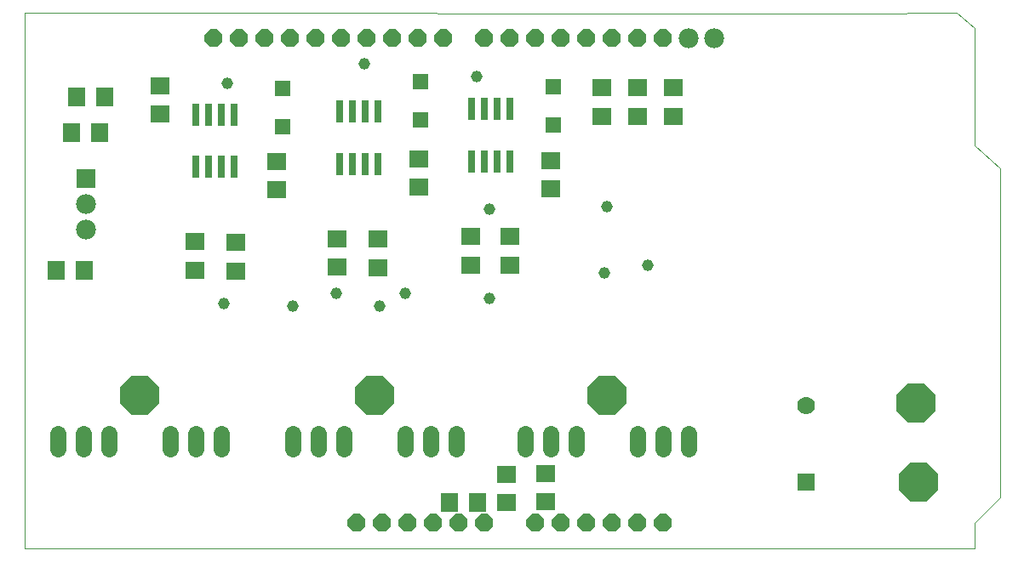
<source format=gts>
G75*
%MOIN*%
%OFA0B0*%
%FSLAX25Y25*%
%IPPOS*%
%LPD*%
%AMOC8*
5,1,8,0,0,1.08239X$1,22.5*
%
%ADD10C,0.00000*%
%ADD11R,0.02762X0.09061*%
%ADD12R,0.07498X0.06699*%
%ADD13R,0.07487X0.06699*%
%ADD14R,0.05912X0.05912*%
%ADD15R,0.06699X0.07487*%
%ADD16OC8,0.07000*%
%ADD17C,0.07000*%
%ADD18R,0.06900X0.06900*%
%ADD19R,0.06699X0.07498*%
%ADD20R,0.07800X0.07800*%
%ADD21C,0.07800*%
%ADD22OC8,0.15400*%
%ADD23C,0.06400*%
%ADD24C,0.04534*%
D10*
X0005000Y0005000D02*
X0005000Y0215000D01*
X0330921Y0214701D01*
X0370000Y0215000D01*
X0377000Y0209000D01*
X0377000Y0163000D01*
X0387000Y0154000D01*
X0387000Y0025000D01*
X0377000Y0015000D01*
X0377000Y0005000D01*
X0005000Y0005000D01*
D11*
X0072185Y0154748D03*
X0077185Y0154748D03*
X0082185Y0154748D03*
X0087185Y0154748D03*
X0087185Y0175220D03*
X0082185Y0175220D03*
X0077185Y0175220D03*
X0072185Y0175220D03*
X0128500Y0176299D03*
X0133500Y0176299D03*
X0138500Y0176299D03*
X0143500Y0176299D03*
X0143500Y0155827D03*
X0138500Y0155827D03*
X0133500Y0155827D03*
X0128500Y0155827D03*
X0180106Y0156787D03*
X0185106Y0156787D03*
X0190106Y0156787D03*
X0195106Y0156787D03*
X0195106Y0177260D03*
X0190106Y0177260D03*
X0185106Y0177260D03*
X0180106Y0177260D03*
D12*
X0231000Y0174402D03*
X0245000Y0174402D03*
X0259000Y0174402D03*
X0259000Y0185598D03*
X0245000Y0185598D03*
X0231000Y0185598D03*
X0195244Y0127425D03*
X0179890Y0127268D03*
X0179890Y0116071D03*
X0195244Y0116228D03*
X0143362Y0115071D03*
X0127614Y0115307D03*
X0127614Y0126504D03*
X0143362Y0126268D03*
X0087677Y0125031D03*
X0071929Y0125268D03*
X0071929Y0114071D03*
X0087677Y0113835D03*
X0193898Y0034244D03*
X0209102Y0034535D03*
X0209102Y0023339D03*
X0193898Y0023047D03*
D13*
X0211268Y0146213D03*
X0211268Y0157236D03*
X0159386Y0157795D03*
X0159386Y0146772D03*
X0103937Y0145811D03*
X0103937Y0156835D03*
X0058000Y0175488D03*
X0058000Y0186512D03*
D14*
X0106000Y0185291D03*
X0106000Y0170331D03*
X0160000Y0173205D03*
X0160000Y0188165D03*
X0212063Y0186102D03*
X0212063Y0171142D03*
D15*
X0028512Y0114000D03*
X0017488Y0114000D03*
X0171472Y0023150D03*
X0182496Y0023150D03*
D16*
X0185000Y0015000D03*
X0175000Y0015000D03*
X0165000Y0015000D03*
X0155000Y0015000D03*
X0145000Y0015000D03*
X0135000Y0015000D03*
X0205000Y0015000D03*
X0215000Y0015000D03*
X0225000Y0015000D03*
X0235000Y0015000D03*
X0245000Y0015000D03*
X0255000Y0015000D03*
X0255000Y0205000D03*
X0245000Y0205000D03*
X0235000Y0205000D03*
X0225000Y0205000D03*
X0215000Y0205000D03*
X0205000Y0205000D03*
X0195000Y0205000D03*
X0185000Y0205000D03*
X0169000Y0205000D03*
X0159000Y0205000D03*
X0149000Y0205000D03*
X0139000Y0205000D03*
X0129000Y0205000D03*
X0119000Y0205000D03*
X0109000Y0205000D03*
X0099000Y0205000D03*
X0089000Y0205000D03*
X0079000Y0205000D03*
D17*
X0311000Y0061000D03*
D18*
X0311000Y0031000D03*
D19*
X0036598Y0182000D03*
X0025402Y0182000D03*
X0023402Y0168000D03*
X0034598Y0168000D03*
D20*
X0029000Y0150000D03*
D21*
X0029000Y0140000D03*
X0029000Y0130000D03*
X0265000Y0205000D03*
X0275000Y0205000D03*
D22*
X0233000Y0065000D03*
X0142000Y0065000D03*
X0050000Y0065000D03*
X0354000Y0062000D03*
X0355000Y0031000D03*
D23*
X0265000Y0044000D02*
X0265000Y0050000D01*
X0255000Y0050000D02*
X0255000Y0044000D01*
X0245000Y0044000D02*
X0245000Y0050000D01*
X0221000Y0050000D02*
X0221000Y0044000D01*
X0211000Y0044000D02*
X0211000Y0050000D01*
X0201000Y0050000D02*
X0201000Y0044000D01*
X0174000Y0044000D02*
X0174000Y0050000D01*
X0164000Y0050000D02*
X0164000Y0044000D01*
X0154000Y0044000D02*
X0154000Y0050000D01*
X0130000Y0050000D02*
X0130000Y0044000D01*
X0120000Y0044000D02*
X0120000Y0050000D01*
X0110000Y0050000D02*
X0110000Y0044000D01*
X0082000Y0044000D02*
X0082000Y0050000D01*
X0072000Y0050000D02*
X0072000Y0044000D01*
X0062000Y0044000D02*
X0062000Y0050000D01*
X0038000Y0050000D02*
X0038000Y0044000D01*
X0028000Y0044000D02*
X0028000Y0050000D01*
X0018000Y0050000D02*
X0018000Y0044000D01*
D24*
X0083000Y0101000D03*
X0110000Y0100000D03*
X0127000Y0105000D03*
X0144000Y0100000D03*
X0154000Y0105000D03*
X0187000Y0103000D03*
X0232000Y0113000D03*
X0249000Y0116000D03*
X0233000Y0139000D03*
X0187000Y0138000D03*
X0182000Y0190000D03*
X0138000Y0195000D03*
X0084500Y0187500D03*
M02*

</source>
